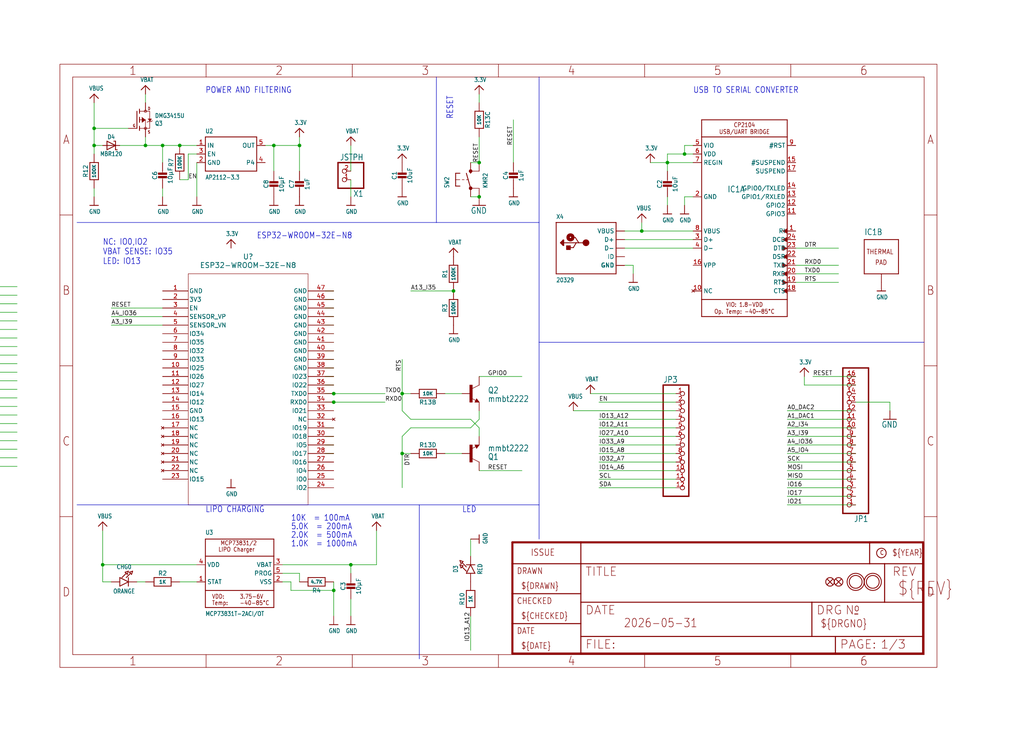
<source format=kicad_sch>
(kicad_sch (version 20230121) (generator eeschema)
  (paper "User" 303.962 217.322)
  (junction (at 104.14 167.64))
  (junction (at 203.2 45.72))
  (junction (at 81.28 43.18))
  (junction (at 119.38 116.84))
  (junction (at 190.5 68.58))
  (junction (at 134.62 86.36))
  (junction (at 43.18 43.18))
  (junction (at 99.06 116.84))
  (junction (at 27.94 43.18))
  (junction (at 30.48 167.64))
  (junction (at 142.24 48.26))
  (junction (at 99.06 119.38))
  (junction (at 27.94 38.1))
  (junction (at 48.26 43.18))
  (junction (at 119.38 134.62))
  (junction (at 142.24 58.42))
  (junction (at 99.06 175.26))
  (junction (at 198.12 48.26))
  (junction (at 88.9 43.18))
  (junction (at 53.34 43.18))
  (wire (pts (xy 142.24 129.54) (xy 142.24 127)) (stroke (width 0.1524)))
  (wire (pts (xy 5.08 107.95) (xy -5.08 107.95)) (stroke (width 0.1524)))
  (wire (pts (xy -7.62 128.27) (xy 5.08 128.27)) (stroke (width 0.1524)))
  (wire (pts (xy 27.94 43.18) (xy 27.94 38.1)) (stroke (width 0.1524)))
  (wire (pts (xy -7.62 85.09) (xy 5.08 85.09)) (stroke (width 0.1524)))
  (wire (pts (xy 200.66 129.54) (xy 177.8 129.54)) (stroke (width 0.1524)))
  (wire (pts (xy 236.22 78.74) (xy 248.92 78.74)) (stroke (width 0.1524)))
  (wire (pts (xy 81.28 43.18) (xy 88.9 43.18)) (stroke (width 0.1524)))
  (wire (pts (xy 96.52 116.84) (xy 99.06 116.84)) (stroke (width 0.1524)))
  (wire (pts (xy 142.24 121.92) (xy 142.24 124.46)) (stroke (width 0.1524)))
  (wire (pts (xy 81.28 50.8) (xy 81.28 43.18)) (stroke (width 0.1524)))
  (wire (pts (xy 248.92 81.28) (xy 236.22 81.28)) (stroke (width 0.1524)))
  (wire (pts (xy -5.08 133.35) (xy 5.08 133.35)) (stroke (width 0.1524)))
  (wire (pts (xy 78.74 43.18) (xy 81.28 43.18)) (stroke (width 0.1524)))
  (wire (pts (xy 238.76 114.3) (xy 254 114.3)) (stroke (width 0.1524)))
  (wire (pts (xy 43.18 27.94) (xy 43.18 30.48)) (stroke (width 0.1524)))
  (polyline (pts (xy 160.02 66.04) (xy 160.02 22.86)) (stroke (width 0.1524) (type solid)))
  (wire (pts (xy -5.08 120.65) (xy 5.08 120.65)) (stroke (width 0.1524)))
  (wire (pts (xy 200.66 124.46) (xy 177.8 124.46)) (stroke (width 0.1524)))
  (wire (pts (xy 205.74 45.72) (xy 203.2 45.72)) (stroke (width 0.1524)))
  (wire (pts (xy 254 111.76) (xy 241.3 111.76)) (stroke (width 0.1524)))
  (wire (pts (xy 142.24 111.76) (xy 154.94 111.76)) (stroke (width 0.1524)))
  (wire (pts (xy 27.94 45.72) (xy 27.94 43.18)) (stroke (width 0.1524)))
  (wire (pts (xy 96.52 96.52) (xy 99.06 96.52)) (stroke (width 0.1524)))
  (wire (pts (xy 58.42 48.26) (xy 58.42 58.42)) (stroke (width 0.1524)))
  (wire (pts (xy 177.8 137.16) (xy 200.66 137.16)) (stroke (width 0.1524)))
  (wire (pts (xy -5.08 97.79) (xy 5.08 97.79)) (stroke (width 0.1524)))
  (wire (pts (xy 254 121.92) (xy 233.68 121.92)) (stroke (width 0.1524)))
  (wire (pts (xy 190.5 68.58) (xy 190.5 66.04)) (stroke (width 0.1524)))
  (wire (pts (xy 139.7 127) (xy 121.92 127)) (stroke (width 0.1524)))
  (wire (pts (xy 121.92 127) (xy 119.38 129.54)) (stroke (width 0.1524)))
  (polyline (pts (xy 160.02 101.6) (xy 160.02 66.04)) (stroke (width 0.1524) (type solid)))
  (wire (pts (xy 185.42 73.66) (xy 205.74 73.66)) (stroke (width 0.1524)))
  (wire (pts (xy 96.52 114.3) (xy 99.06 114.3)) (stroke (width 0.1524)))
  (polyline (pts (xy 22.86 66.04) (xy 129.54 66.04)) (stroke (width 0.1524) (type solid)))
  (wire (pts (xy 198.12 58.42) (xy 198.12 60.96)) (stroke (width 0.1524)))
  (wire (pts (xy 198.12 48.26) (xy 198.12 50.8)) (stroke (width 0.1524)))
  (wire (pts (xy 132.08 116.84) (xy 137.16 116.84)) (stroke (width 0.1524)))
  (wire (pts (xy 139.7 58.42) (xy 142.24 58.42)) (stroke (width 0.1524)))
  (wire (pts (xy 40.64 172.72) (xy 43.18 172.72)) (stroke (width 0.1524)))
  (wire (pts (xy 238.76 111.76) (xy 238.76 114.3)) (stroke (width 0.1524)))
  (wire (pts (xy 88.9 170.18) (xy 88.9 172.72)) (stroke (width 0.1524)))
  (wire (pts (xy 205.74 58.42) (xy 203.2 58.42)) (stroke (width 0.1524)))
  (polyline (pts (xy 129.54 66.04) (xy 129.54 22.86)) (stroke (width 0.1524) (type solid)))
  (wire (pts (xy 96.52 93.98) (xy 99.06 93.98)) (stroke (width 0.1524)))
  (wire (pts (xy 27.94 58.42) (xy 27.94 55.88)) (stroke (width 0.1524)))
  (wire (pts (xy 119.38 134.62) (xy 119.38 144.78)) (stroke (width 0.1524)))
  (wire (pts (xy 254 137.16) (xy 233.68 137.16)) (stroke (width 0.1524)))
  (wire (pts (xy -5.08 115.57) (xy 5.08 115.57)) (stroke (width 0.1524)))
  (wire (pts (xy 55.88 45.72) (xy 58.42 45.72)) (stroke (width 0.1524)))
  (wire (pts (xy 187.96 78.74) (xy 187.96 81.28)) (stroke (width 0.1524)))
  (wire (pts (xy 254 119.38) (xy 264.16 119.38)) (stroke (width 0.1524)))
  (wire (pts (xy 104.14 58.42) (xy 104.14 53.34)) (stroke (width 0.1524)))
  (wire (pts (xy 96.52 111.76) (xy 99.06 111.76)) (stroke (width 0.1524)))
  (wire (pts (xy 177.8 127) (xy 200.66 127)) (stroke (width 0.1524)))
  (polyline (pts (xy 160.02 149.86) (xy 160.02 101.6)) (stroke (width 0.1524) (type solid)))
  (wire (pts (xy 185.42 68.58) (xy 190.5 68.58)) (stroke (width 0.1524)))
  (wire (pts (xy 99.06 175.26) (xy 99.06 182.88)) (stroke (width 0.1524)))
  (wire (pts (xy 96.52 121.92) (xy 99.06 121.92)) (stroke (width 0.1524)))
  (wire (pts (xy 119.38 116.84) (xy 121.92 116.84)) (stroke (width 0.1524)))
  (wire (pts (xy 38.1 38.1) (xy 27.94 38.1)) (stroke (width 0.1524)))
  (wire (pts (xy 48.26 91.44) (xy 33.02 91.44)) (stroke (width 0.1524)))
  (wire (pts (xy 43.18 43.18) (xy 48.26 43.18)) (stroke (width 0.1524)))
  (polyline (pts (xy 160.02 149.86) (xy 124.46 149.86)) (stroke (width 0.1524) (type solid)))
  (wire (pts (xy 86.36 175.26) (xy 99.06 175.26)) (stroke (width 0.1524)))
  (wire (pts (xy -5.08 102.87) (xy 5.08 102.87)) (stroke (width 0.1524)))
  (wire (pts (xy 142.24 124.46) (xy 139.7 127)) (stroke (width 0.1524)))
  (wire (pts (xy 119.38 121.92) (xy 119.38 116.84)) (stroke (width 0.1524)))
  (wire (pts (xy 96.52 127) (xy 99.06 127)) (stroke (width 0.1524)))
  (wire (pts (xy 119.38 134.62) (xy 121.92 134.62)) (stroke (width 0.1524)))
  (wire (pts (xy -5.08 123.19) (xy 5.08 123.19)) (stroke (width 0.1524)))
  (wire (pts (xy 55.88 53.34) (xy 55.88 45.72)) (stroke (width 0.1524)))
  (wire (pts (xy 48.26 43.18) (xy 48.26 48.26)) (stroke (width 0.1524)))
  (wire (pts (xy 114.3 116.84) (xy 99.06 116.84)) (stroke (width 0.1524)))
  (wire (pts (xy 203.2 45.72) (xy 198.12 45.72)) (stroke (width 0.1524)))
  (wire (pts (xy 96.52 106.68) (xy 99.06 106.68)) (stroke (width 0.1524)))
  (wire (pts (xy 30.48 167.64) (xy 58.42 167.64)) (stroke (width 0.1524)))
  (wire (pts (xy 96.52 101.6) (xy 99.06 101.6)) (stroke (width 0.1524)))
  (wire (pts (xy 99.06 109.22) (xy 96.52 109.22)) (stroke (width 0.1524)))
  (wire (pts (xy -5.08 100.33) (xy 5.08 100.33)) (stroke (width 0.1524)))
  (wire (pts (xy 203.2 43.18) (xy 203.2 45.72)) (stroke (width 0.1524)))
  (wire (pts (xy 254 132.08) (xy 233.68 132.08)) (stroke (width 0.1524)))
  (wire (pts (xy 264.16 119.38) (xy 264.16 121.92)) (stroke (width 0.1524)))
  (wire (pts (xy 142.24 48.26) (xy 139.7 48.26)) (stroke (width 0.1524)))
  (wire (pts (xy 99.06 119.38) (xy 114.3 119.38)) (stroke (width 0.1524)))
  (wire (pts (xy 96.52 134.62) (xy 99.06 134.62)) (stroke (width 0.1524)))
  (wire (pts (xy 198.12 45.72) (xy 198.12 48.26)) (stroke (width 0.1524)))
  (wire (pts (xy 119.38 129.54) (xy 119.38 134.62)) (stroke (width 0.1524)))
  (wire (pts (xy 5.08 113.03) (xy -5.08 113.03)) (stroke (width 0.1524)))
  (wire (pts (xy 185.42 71.12) (xy 205.74 71.12)) (stroke (width 0.1524)))
  (wire (pts (xy 53.34 53.34) (xy 55.88 53.34)) (stroke (width 0.1524)))
  (wire (pts (xy 185.42 78.74) (xy 187.96 78.74)) (stroke (width 0.1524)))
  (wire (pts (xy -5.08 135.89) (xy 5.08 135.89)) (stroke (width 0.1524)))
  (wire (pts (xy 99.06 104.14) (xy 96.52 104.14)) (stroke (width 0.1524)))
  (wire (pts (xy 134.62 86.36) (xy 121.92 86.36)) (stroke (width 0.1524)))
  (wire (pts (xy 137.16 134.62) (xy 132.08 134.62)) (stroke (width 0.1524)))
  (wire (pts (xy 88.9 43.18) (xy 88.9 50.8)) (stroke (width 0.1524)))
  (wire (pts (xy 33.02 172.72) (xy 30.48 172.72)) (stroke (width 0.1524)))
  (wire (pts (xy 96.52 88.9) (xy 99.06 88.9)) (stroke (width 0.1524)))
  (wire (pts (xy 121.92 124.46) (xy 119.38 121.92)) (stroke (width 0.1524)))
  (polyline (pts (xy 274.32 101.6) (xy 160.02 101.6)) (stroke (width 0.1524) (type solid)))
  (wire (pts (xy -5.08 130.81) (xy 5.08 130.81)) (stroke (width 0.1524)))
  (wire (pts (xy -5.08 105.41) (xy 5.08 105.41)) (stroke (width 0.1524)))
  (wire (pts (xy 99.06 172.72) (xy 99.06 175.26)) (stroke (width 0.1524)))
  (polyline (pts (xy 124.46 149.86) (xy 124.46 195.58)) (stroke (width 0.1524) (type solid)))
  (wire (pts (xy 177.8 119.38) (xy 200.66 119.38)) (stroke (width 0.1524)))
  (wire (pts (xy 236.22 73.66) (xy 248.92 73.66)) (stroke (width 0.1524)))
  (polyline (pts (xy 160.02 160.02) (xy 160.02 149.86)) (stroke (width 0.1524) (type solid)))
  (wire (pts (xy -5.08 138.43) (xy 5.08 138.43)) (stroke (width 0.1524)))
  (wire (pts (xy 104.14 170.18) (xy 104.14 167.64)) (stroke (width 0.1524)))
  (wire (pts (xy 254 124.46) (xy 233.68 124.46)) (stroke (width 0.1524)))
  (wire (pts (xy 254 144.78) (xy 233.68 144.78)) (stroke (width 0.1524)))
  (wire (pts (xy 83.82 167.64) (xy 104.14 167.64)) (stroke (width 0.1524)))
  (wire (pts (xy 111.76 157.48) (xy 111.76 167.64)) (stroke (width 0.1524)))
  (wire (pts (xy 200.66 139.7) (xy 177.8 139.7)) (stroke (width 0.1524)))
  (wire (pts (xy 96.52 132.08) (xy 99.06 132.08)) (stroke (width 0.1524)))
  (wire (pts (xy -5.08 95.25) (xy 5.08 95.25)) (stroke (width 0.1524)))
  (wire (pts (xy 43.18 40.64) (xy 43.18 43.18)) (stroke (width 0.1524)))
  (wire (pts (xy 190.5 68.58) (xy 205.74 68.58)) (stroke (width 0.1524)))
  (wire (pts (xy 53.34 43.18) (xy 48.26 43.18)) (stroke (width 0.1524)))
  (wire (pts (xy 254 149.86) (xy 233.68 149.86)) (stroke (width 0.1524)))
  (wire (pts (xy 142.24 40.64) (xy 142.24 48.26)) (stroke (width 0.1524)))
  (wire (pts (xy 33.02 96.52) (xy 48.26 96.52)) (stroke (width 0.1524)))
  (wire (pts (xy 203.2 58.42) (xy 203.2 60.96)) (stroke (width 0.1524)))
  (wire (pts (xy 35.56 43.18) (xy 43.18 43.18)) (stroke (width 0.1524)))
  (wire (pts (xy 48.26 93.98) (xy 33.02 93.98)) (stroke (width 0.1524)))
  (wire (pts (xy 152.4 48.26) (xy 152.4 35.56)) (stroke (width 0.1524)))
  (wire (pts (xy 53.34 172.72) (xy 58.42 172.72)) (stroke (width 0.1524)))
  (wire (pts (xy 142.24 27.94) (xy 142.24 30.48)) (stroke (width 0.1524)))
  (wire (pts (xy -5.08 92.71) (xy 5.08 92.71)) (stroke (width 0.1524)))
  (wire (pts (xy 205.74 48.26) (xy 198.12 48.26)) (stroke (width 0.1524)))
  (wire (pts (xy 96.52 129.54) (xy 99.06 129.54)) (stroke (width 0.1524)))
  (wire (pts (xy -5.08 118.11) (xy 5.08 118.11)) (stroke (width 0.1524)))
  (wire (pts (xy 96.52 91.44) (xy 99.06 91.44)) (stroke (width 0.1524)))
  (wire (pts (xy -5.08 110.49) (xy 5.08 110.49)) (stroke (width 0.1524)))
  (wire (pts (xy 96.52 86.36) (xy 99.06 86.36)) (stroke (width 0.1524)))
  (wire (pts (xy 30.48 157.48) (xy 30.48 167.64)) (stroke (width 0.1524)))
  (wire (pts (xy 154.94 139.7) (xy 142.24 139.7)) (stroke (width 0.1524)))
  (wire (pts (xy 175.26 116.84) (xy 200.66 116.84)) (stroke (width 0.1524)))
  (wire (pts (xy 27.94 38.1) (xy 27.94 30.48)) (stroke (width 0.1524)))
  (wire (pts (xy 86.36 172.72) (xy 86.36 175.26)) (stroke (width 0.1524)))
  (wire (pts (xy 205.74 43.18) (xy 203.2 43.18)) (stroke (width 0.1524)))
  (wire (pts (xy -5.08 125.73) (xy 5.08 125.73)) (stroke (width 0.1524)))
  (wire (pts (xy 104.14 177.8) (xy 104.14 182.88)) (stroke (width 0.1524)))
  (wire (pts (xy 248.92 83.82) (xy 236.22 83.82)) (stroke (width 0.1524)))
  (wire (pts (xy 119.38 106.68) (xy 119.38 116.84)) (stroke (width 0.1524)))
  (wire (pts (xy 177.8 134.62) (xy 200.66 134.62)) (stroke (width 0.1524)))
  (wire (pts (xy 233.68 147.32) (xy 254 147.32)) (stroke (width 0.1524)))
  (wire (pts (xy 48.26 55.88) (xy 48.26 58.42)) (stroke (width 0.1524)))
  (wire (pts (xy 177.8 132.08) (xy 200.66 132.08)) (stroke (width 0.1524)))
  (wire (pts (xy 30.48 172.72) (xy 30.48 167.64)) (stroke (width 0.1524)))
  (wire (pts (xy 177.8 144.78) (xy 200.66 144.78)) (stroke (width 0.1524)))
  (wire (pts (xy -5.08 90.17) (xy 5.08 90.17)) (stroke (width 0.1524)))
  (polyline (pts (xy 160.02 66.04) (xy 129.54 66.04)) (stroke (width 0.1524) (type solid)))
  (wire (pts (xy 83.82 172.72) (xy 86.36 172.72)) (stroke (width 0.1524)))
  (wire (pts (xy 233.68 142.24) (xy 254 142.24)) (stroke (width 0.1524)))
  (polyline (pts (xy 124.46 149.86) (xy 22.86 149.86)) (stroke (width 0.1524) (type solid)))
  (wire (pts (xy 88.9 43.18) (xy 88.9 40.64)) (stroke (width 0.1524)))
  (wire (pts (xy 200.66 142.24) (xy 177.8 142.24)) (stroke (width 0.1524)))
  (wire (pts (xy 58.42 43.18) (xy 53.34 43.18)) (stroke (width 0.1524)))
  (wire (pts (xy 233.68 129.54) (xy 254 129.54)) (stroke (width 0.1524)))
  (wire (pts (xy 200.66 121.92) (xy 170.18 121.92)) (stroke (width 0.1524)))
  (wire (pts (xy 83.82 170.18) (xy 88.9 170.18)) (stroke (width 0.1524)))
  (wire (pts (xy 104.14 167.64) (xy 111.76 167.64)) (stroke (width 0.1524)))
  (wire (pts (xy 254 127) (xy 233.68 127)) (stroke (width 0.1524)))
  (wire (pts (xy 142.24 127) (xy 139.7 124.46)) (stroke (width 0.1524)))
  (wire (pts (xy 139.7 124.46) (xy 121.92 124.46)) (stroke (width 0.1524)))
  (wire (pts (xy 104.14 43.18) (xy 104.14 50.8)) (stroke (width 0.1524)))
  (wire (pts (xy 139.7 182.88) (xy 139.7 193.04)) (stroke (width 0.1524)))
  (wire (pts (xy 254 139.7) (xy 233.68 139.7)) (stroke (width 0.1524)))
  (wire (pts (xy 198.12 48.26) (xy 193.04 48.26)) (stroke (width 0.1524)))
  (wire (pts (xy -7.62 87.63) (xy 5.08 87.63)) (stroke (width 0.1524)))
  (wire (pts (xy 139.7 165.1) (xy 139.7 160.02)) (stroke (width 0.1524)))
  (wire (pts (xy 254 134.62) (xy 233.68 134.62)) (stroke (width 0.1524)))
  (wire (pts (xy 96.52 119.38) (xy 99.06 119.38)) (stroke (width 0.1524)))
  (wire (pts (xy 96.52 99.06) (xy 99.06 99.06)) (stroke (width 0.1524)))
  (wire (pts (xy 30.48 43.18) (xy 27.94 43.18)) (stroke (width 0.1524)))
  (text "RESET" (at 134.62 35.56 90) (effects (font (size 1.778 1.5113)) (justify left bottom)))
  (text "5.0K  = 200mA" (at 86.36 157.48 0) (effects (font (size 1.778 1.5113)) (justify left bottom)))
  (text "2.0K  = 500mA" (at 86.36 160.02 0) (effects (font (size 1.778 1.5113)) (justify left bottom)))
  (text "NC: IO0,IO2\nVBAT SENSE: IO35\nLED: IO13" (at 30.48 78.74 0) (effects (font (size 1.778 1.5113)) (justify left bottom)))
  (text "1.0K  = 1000mA" (at 86.36 162.56 0) (effects (font (size 1.778 1.5113)) (justify left bottom)))
  (text "POWER AND FILTERING" (at 60.96 27.94 0) (effects (font (size 1.778 1.5113)) (justify left bottom)))
  (text "USB TO SERIAL CONVERTER" (at 205.74 27.94 0) (effects (font (size 1.778 1.5113)) (justify left bottom)))
  (text "LED" (at 137.16 152.4 0) (effects (font (size 1.778 1.5113)) (justify left bottom)))
  (text "10K  = 100mA" (at 86.36 154.94 0) (effects (font (size 1.778 1.5113)) (justify left bottom)))
  (text "ESP32-WROOM-32E-N8" (at 76.2 71.12 0) (effects (font (size 1.778 1.5113)) (justify left bottom)))
  (text "LIPO CHARGING" (at 60.96 152.4 0) (effects (font (size 1.778 1.5113)) (justify left bottom)))
  (label "MOSI" (at 233.68 139.7 0) (effects (font (size 1.2446 1.2446))))
  (label "RTS" (at 119.38 106.68 270) (effects (font (size 1.2446 1.2446))))
  (label "A4_IO36" (at 233.68 132.08 0) (effects (font (size 1.2446 1.2446))))
  (label "IO16" (at -11.43 106.68 0) (effects (font (size 1.2446 1.2446))))
  (label "IO33_A9" (at -11.43 134.62 0) (effects (font (size 1.2446 1.2446))))
  (label "A1_DAC1" (at 233.68 124.46 0) (effects (font (size 1.2446 1.2446))))
  (label "IO17" (at 233.68 147.32 0) (effects (font (size 1.2446 1.2446))))
  (label "IO21" (at 233.68 149.86 0) (effects (font (size 1.2446 1.2446))))
  (label "IO14_A6" (at 177.8 139.7 0) (effects (font (size 1.2446 1.2446))))
  (label "IO27_A10" (at 177.8 129.54 0) (effects (font (size 1.2446 1.2446))))
  (label "IO17" (at -11.43 109.22 0) (effects (font (size 1.2446 1.2446))))
  (label "A2_I34" (at -11.43 137.16 0) (effects (font (size 1.2446 1.2446))))
  (label "A3_I39" (at 33.02 96.52 0) (effects (font (size 1.2446 1.2446))))
  (label "IO16" (at 233.68 144.78 0) (effects (font (size 1.2446 1.2446))))
  (label "A5_IO4" (at -11.43 91.44 0) (effects (font (size 1.2446 1.2446))))
  (label "IO33_A9" (at 177.8 132.08 0) (effects (font (size 1.2446 1.2446))))
  (label "A13_I35" (at -11.43 139.7 0) (effects (font (size 1.2446 1.2446))))
  (label "DTR" (at 238.76 73.66 0) (effects (font (size 1.2446 1.2446))))
  (label "IO15_A8" (at 177.8 134.62 0) (effects (font (size 1.2446 1.2446))))
  (label "IO13_A12" (at 139.7 190.5 90) (effects (font (size 1.2446 1.2446))))
  (label "DTR" (at 121.92 134.62 270) (effects (font (size 1.2446 1.2446))))
  (label "SDA" (at 177.8 144.78 0) (effects (font (size 1.2446 1.2446))))
  (label "GPIO0" (at -11.43 86.36 0) (effects (font (size 1.2446 1.2446))))
  (label "RXD0" (at 114.3 119.38 0) (effects (font (size 1.2446 1.2446))))
  (label "IO14_A6" (at -11.43 101.6 0) (effects (font (size 1.2446 1.2446))))
  (label "MISO" (at -11.43 114.3 0) (effects (font (size 1.2446 1.2446))))
  (label "SCK" (at -11.43 93.98 0) (effects (font (size 1.2446 1.2446))))
  (label "IO15_A8" (at -11.43 104.14 0) (effects (font (size 1.2446 1.2446))))
  (label "EN" (at 55.88 53.34 0) (effects (font (size 1.2446 1.2446))))
  (label "IO27_A10" (at -11.43 129.54 0) (effects (font (size 1.2446 1.2446))))
  (label "IO12_A11" (at -11.43 96.52 0) (effects (font (size 1.2446 1.2446))))
  (label "RESET" (at 33.02 91.44 0) (effects (font (size 1.2446 1.2446))))
  (label "A1_DAC1" (at -11.43 124.46 0) (effects (font (size 1.2446 1.2446))))
  (label "RESET" (at 144.78 139.7 0) (effects (font (size 1.2446 1.2446))))
  (label "IO12_A11" (at 177.8 127 0) (effects (font (size 1.2446 1.2446))))
  (label "IO32_A7" (at 177.8 137.16 0) (effects (font (size 1.2446 1.2446))))
  (label "A0_DAC2" (at -11.43 127 0) (effects (font (size 1.2446 1.2446))))
  (label "A0_DAC2" (at 233.68 121.92 0) (effects (font (size 1.2446 1.2446))))
  (label "MISO" (at 233.68 142.24 0) (effects (font (size 1.2446 1.2446))))
  (label "RESET" (at 142.24 48.26 90) (effects (font (size 1.2446 1.2446))))
  (label "SCK" (at 233.68 137.16 0) (effects (font (size 1.2446 1.2446))))
  (label "IO13_A12" (at -11.43 99.06 0) (effects (font (size 1.2446 1.2446))))
  (label "GPIO2" (at -11.43 88.9 0) (effects (font (size 1.2446 1.2446))))
  (label "TXD0" (at 114.3 116.84 0) (effects (font (size 1.2446 1.2446))))
  (label "EN" (at 177.8 119.38 0) (effects (font (size 1.2446 1.2446))))
  (label "RESET" (at 152.4 43.18 90) (effects (font (size 1.2446 1.2446))))
  (label "RXD0" (at 238.76 78.74 0) (effects (font (size 1.2446 1.2446))))
  (label "TXD0" (at 238.76 81.28 0) (effects (font (size 1.2446 1.2446))))
  (label "A13_I35" (at 121.92 86.36 0) (effects (font (size 1.2446 1.2446))))
  (label "A2_I34" (at 233.68 127 0) (effects (font (size 1.2446 1.2446))))
  (label "A5_IO4" (at 233.68 134.62 0) (effects (font (size 1.2446 1.2446))))
  (label "A4_IO36" (at 33.02 93.98 0) (effects (font (size 1.2446 1.2446))))
  (label "IO21" (at -11.43 116.84 0) (effects (font (size 1.2446 1.2446))))
  (label "SCL" (at -11.43 119.38 0) (effects (font (size 1.2446 1.2446))))
  (label "IO32_A7" (at -11.43 132.08 0) (effects (font (size 1.2446 1.2446))))
  (label "MOSI" (at -11.43 111.76 0) (effects (font (size 1.2446 1.2446))))
  (label "IO13_A12" (at 177.8 124.46 0) (effects (font (size 1.2446 1.2446))))
  (label "SCL" (at 177.8 142.24 0) (effects (font (size 1.2446 1.2446))))
  (label "SDA" (at -11.43 121.92 0) (effects (font (size 1.2446 1.2446))))
  (label "GPIO0" (at 144.78 111.76 0) (effects (font (size 1.2446 1.2446))))
  (label "RESET" (at 241.3 111.76 0) (effects (font (size 1.2446 1.2446))))
  (label "A3_I39" (at 233.68 129.54 0) (effects (font (size 1.2446 1.2446))))
  (label "RTS" (at 238.76 83.82 0) (effects (font (size 1.2446 1.2446))))
  (symbol (lib_id "Adafruit HUZZAH32 ESP32 Feather-eagle-import:microbuilder_GND") (at 119.38 58.42 0) (unit 1)
    (property "Reference" "#U$04" (effects hide))
    (property "Value" "GND" (at 117.856 60.96 0) (effects (font (size 1.27 1.0795)) (justify left bottom)))
  )
  (symbol (lib_id "Adafruit HUZZAH32 ESP32 Feather-eagle-import:microbuilder_MOSFET-P") (at 43.18 35.56 0) (mirror x) (unit 1)
    (property "Reference" "Q3" (at 45.974 35.941 0) (effects (font (size 1.27 1.0795)) (justify left bottom)))
    (property "Value" "DMG3415U" (at 45.974 33.655 0) (effects (font (size 1.27 1.0795)) (justify left bottom)))
    (property "Footprint" "Adafruit HUZZAH32 ESP32 Feather:SOT23-R" (effects hide))
  )
  (symbol (lib_id "Adafruit HUZZAH32 ESP32 Feather-eagle-import:microbuilder_CAP_CERAMIC0805-NOOUTLINE") (at 119.38 53.34 0) (unit 1)
    (property "Reference" "C1" (at 117.09 52.09 90))
    (property "Value" "10uF" (at 121.68 52.09 90))
    (property "Footprint" "Adafruit HUZZAH32 ESP32 Feather:0805-NO" (effects hide))
  )
  (symbol (lib_id "Adafruit HUZZAH32 ESP32 Feather-eagle-import:microbuilder_HEADER-1X12_MIN") (at 203.2 132.08 0) (unit 1)
    (property "Reference" "JP3" (at 196.85 113.665 0) (effects (font (size 1.778 1.5113)) (justify left bottom)))
    (property "Value" "HEADER-1X12_MIN" (effects hide))
    (property "Footprint" "Adafruit HUZZAH32 ESP32 Feather:1X12_ROUND_MIN" (effects hide))
  )
  (symbol (lib_id "Adafruit HUZZAH32 ESP32 Feather-eagle-import:microbuilder_FIDUCIAL_1MM") (at 246.38 172.72 0) (unit 1)
    (property "Reference" "U$35" (effects hide))
    (property "Value" "FIDUCIAL_1MM" (effects hide))
    (property "Footprint" "Adafruit HUZZAH32 ESP32 Feather:FIDUCIAL_1MM" (effects hide))
  )
  (symbol (lib_id "Adafruit HUZZAH32 ESP32 Feather-eagle-import:microbuilder_MOUNTINGHOLE2.5") (at 259.08 172.72 0) (unit 1)
    (property "Reference" "U$32" (effects hide))
    (property "Value" "MOUNTINGHOLE2.5" (effects hide))
    (property "Footprint" "Adafruit HUZZAH32 ESP32 Feather:MOUNTINGHOLE_2.5_PLATED" (effects hide))
  )
  (symbol (lib_id "Adafruit HUZZAH32 ESP32 Feather-eagle-import:microbuilder_HEADER-1X16_MIN") (at 251.46 132.08 180) (unit 1)
    (property "Reference" "JP1" (at 257.81 153.035 0) (effects (font (size 1.778 1.5113)) (justify left bottom)))
    (property "Value" "HEADER-1X16_MIN" (effects hide))
    (property "Footprint" "Adafruit HUZZAH32 ESP32 Feather:1X16_ROUND_MIN" (effects hide))
  )
  (symbol (lib_id "Adafruit HUZZAH32 ESP32 Feather-eagle-import:microbuilder_RESISTOR_0603_NOOUT") (at 139.7 177.8 90) (unit 1)
    (property "Reference" "R10" (at 137.16 177.8 0))
    (property "Value" "1K" (at 139.7 177.8 0) (effects (font (size 1.016 1.016) bold)))
    (property "Footprint" "Adafruit HUZZAH32 ESP32 Feather:0603-NO" (effects hide))
  )
  (symbol (lib_id "Adafruit HUZZAH32 ESP32 Feather-eagle-import:microbuilder_CON_JST_PH_2PIN") (at 101.6 50.8 180) (unit 1)
    (property "Reference" "X1" (at 107.95 56.515 0) (effects (font (size 1.778 1.5113)) (justify left bottom)))
    (property "Value" "JSTPH" (at 107.95 45.72 0) (effects (font (size 1.778 1.5113)) (justify left bottom)))
    (property "Footprint" "Adafruit HUZZAH32 ESP32 Feather:JSTPH2" (effects hide))
  )
  (symbol (lib_id "Adafruit HUZZAH32 ESP32 Feather-eagle-import:microbuilder_GND") (at 187.96 83.82 0) (unit 1)
    (property "Reference" "#U$011" (effects hide))
    (property "Value" "GND" (at 186.436 86.36 0) (effects (font (size 1.27 1.0795)) (justify left bottom)))
  )
  (symbol (lib_id "Adafruit HUZZAH32 ESP32 Feather-eagle-import:microbuilder_GND") (at 134.62 99.06 0) (unit 1)
    (property "Reference" "#U$041" (effects hide))
    (property "Value" "GND" (at 133.096 101.6 0) (effects (font (size 1.27 1.0795)) (justify left bottom)))
  )
  (symbol (lib_id "Adafruit HUZZAH32 ESP32 Feather-eagle-import:microbuilder_RESISTOR_4PACK") (at 127 134.62 0) (unit 4)
    (property "Reference" "R13" (at 127 132.08 0))
    (property "Value" "10K" (at 127 134.62 0) (effects (font (size 1.016 1.016) bold)))
    (property "Footprint" "Adafruit HUZZAH32 ESP32 Feather:RESPACK_4X0603" (effects hide))
  )
  (symbol (lib_id "Adafruit HUZZAH32 ESP32 Feather-eagle-import:microbuilder_GND") (at 152.4 58.42 0) (unit 1)
    (property "Reference" "#U$042" (effects hide))
    (property "Value" "GND" (at 150.876 60.96 0) (effects (font (size 1.27 1.0795)) (justify left bottom)))
  )
  (symbol (lib_id "Adafruit HUZZAH32 ESP32 Feather-eagle-import:microbuilder_3.3V") (at 119.38 45.72 0) (unit 1)
    (property "Reference" "#U$02" (effects hide))
    (property "Value" "3.3V" (at 117.856 44.704 0) (effects (font (size 1.27 1.0795)) (justify left bottom)))
  )
  (symbol (lib_id "Adafruit HUZZAH32 ESP32 Feather-eagle-import:microbuilder_CAP_CERAMIC0805-NOOUTLINE") (at 48.26 53.34 0) (unit 1)
    (property "Reference" "C6" (at 45.97 52.09 90))
    (property "Value" "10µF" (at 50.56 52.09 90))
    (property "Footprint" "Adafruit HUZZAH32 ESP32 Feather:0805-NO" (effects hide))
  )
  (symbol (lib_id "Adafruit HUZZAH32 ESP32 Feather-eagle-import:SparkFun_TRANSISTOR_NPNSOT23-3") (at 139.7 134.62 0) (mirror x) (unit 1)
    (property "Reference" "Q1" (at 144.78 134.62 0) (effects (font (size 1.778 1.5113)) (justify left bottom)))
    (property "Value" "mmbt2222" (at 144.78 132.08 0) (effects (font (size 1.778 1.5113)) (justify left bottom)))
    (property "Footprint" "Adafruit HUZZAH32 ESP32 Feather:SOT23-3" (effects hide))
  )
  (symbol (lib_id "Adafruit HUZZAH32 ESP32 Feather-eagle-import:microbuilder_DIODE-SCHOTTKYSOD-123") (at 33.02 43.18 0) (unit 1)
    (property "Reference" "D4" (at 33.02 40.64 0) (effects (font (size 1.27 1.0795))))
    (property "Value" "MBR120" (at 33.02 45.68 0) (effects (font (size 1.27 1.0795))))
    (property "Footprint" "Adafruit HUZZAH32 ESP32 Feather:SOD-123" (effects hide))
  )
  (symbol (lib_id "Adafruit HUZZAH32 ESP32 Feather-eagle-import:supply1_GND") (at 264.16 124.46 0) (unit 1)
    (property "Reference" "#GND04" (effects hide))
    (property "Value" "GND" (at 261.62 127 0) (effects (font (size 1.778 1.5113)) (justify left bottom)))
  )
  (symbol (lib_id "Adafruit HUZZAH32 ESP32 Feather-eagle-import:microbuilder_GND") (at 261.62 86.36 0) (unit 1)
    (property "Reference" "#U$01" (effects hide))
    (property "Value" "GND" (at 260.096 88.9 0) (effects (font (size 1.27 1.0795)) (justify left bottom)))
  )
  (symbol (lib_id "Adafruit HUZZAH32 ESP32 Feather-eagle-import:microbuilder_VBAT") (at 104.14 40.64 0) (unit 1)
    (property "Reference" "#U$016" (effects hide))
    (property "Value" "VBAT" (at 102.616 39.624 0) (effects (font (size 1.27 1.0795)) (justify left bottom)))
  )
  (symbol (lib_id "Adafruit HUZZAH32 ESP32 Feather-eagle-import:microbuilder_VBAT") (at 43.18 25.4 0) (unit 1)
    (property "Reference" "#U$021" (effects hide))
    (property "Value" "VBAT" (at 41.656 24.384 0) (effects (font (size 1.27 1.0795)) (justify left bottom)))
  )
  (symbol (lib_id "Adafruit HUZZAH32 ESP32 Feather-eagle-import:SparkFun_TRANSISTOR_NPNSOT23-3") (at 139.7 116.84 0) (unit 1)
    (property "Reference" "Q2" (at 144.78 116.84 0) (effects (font (size 1.778 1.5113)) (justify left bottom)))
    (property "Value" "mmbt2222" (at 144.78 119.38 0) (effects (font (size 1.778 1.5113)) (justify left bottom)))
    (property "Footprint" "Adafruit HUZZAH32 ESP32 Feather:SOT23-3" (effects hide))
  )
  (symbol (lib_id "Adafruit HUZZAH32 ESP32 Feather-eagle-import:microbuilder_LED0805_NOOUTLINE") (at 139.7 167.64 90) (unit 1)
    (property "Reference" "D3" (at 135.255 168.91 0) (effects (font (size 1.27 1.0795))))
    (property "Value" "RED" (at 142.494 168.91 0) (effects (font (size 1.27 1.0795))))
    (property "Footprint" "Adafruit HUZZAH32 ESP32 Feather:CHIPLED_0805_NOOUTLINE" (effects hide))
  )
  (symbol (lib_id "Adafruit HUZZAH32 ESP32 Feather-eagle-import:microbuilder_GND") (at 58.42 60.96 0) (unit 1)
    (property "Reference" "#U$030" (effects hide))
    (property "Value" "GND" (at 56.896 63.5 0) (effects (font (size 1.27 1.0795)) (justify left bottom)))
  )
  (symbol (lib_id "Adafruit HUZZAH32 ESP32 Feather-eagle-import:microbuilder_VBAT") (at 175.26 114.3 0) (unit 1)
    (property "Reference" "#U$020" (effects hide))
    (property "Value" "VBAT" (at 173.736 113.284 0) (effects (font (size 1.27 1.0795)) (justify left bottom)))
  )
  (symbol (lib_id "Adafruit HUZZAH32 ESP32 Feather-eagle-import:microbuilder_LED0805_NOOUTLINE") (at 38.1 172.72 0) (unit 1)
    (property "Reference" "CHG0" (at 36.83 168.275 0) (effects (font (size 1.27 1.0795))))
    (property "Value" "ORANGE" (at 36.83 175.514 0) (effects (font (size 1.27 1.0795))))
    (property "Footprint" "Adafruit HUZZAH32 ESP32 Feather:CHIPLED_0805_NOOUTLINE" (effects hide))
  )
  (symbol (lib_id "Adafruit HUZZAH32 ESP32 Feather-eagle-import:microbuilder_FIDUCIAL_1MM") (at 248.92 172.72 0) (unit 1)
    (property "Reference" "U$34" (effects hide))
    (property "Value" "FIDUCIAL_1MM" (effects hide))
    (property "Footprint" "Adafruit HUZZAH32 ESP32 Feather:FIDUCIAL_1MM" (effects hide))
  )
  (symbol (lib_id "Adafruit HUZZAH32 ESP32 Feather-eagle-import:microbuilder_RESISTOR_0603_NOOUT") (at 27.94 50.8 90) (unit 1)
    (property "Reference" "R12" (at 25.4 50.8 0))
    (property "Value" "100K" (at 27.94 50.8 0) (effects (font (size 1.016 1.016) bold)))
    (property "Footprint" "Adafruit HUZZAH32 ESP32 Feather:0603-NO" (effects hide))
  )
  (symbol (lib_id "Adafruit HUZZAH32 ESP32 Feather-eagle-import:microbuilder_CAP_CERAMIC0603_NO") (at 152.4 53.34 0) (unit 1)
    (property "Reference" "C4" (at 150.11 52.09 90))
    (property "Value" "1uF" (at 154.7 52.09 90))
    (property "Footprint" "Adafruit HUZZAH32 ESP32 Feather:0603-NO" (effects hide))
  )
  (symbol (lib_id "Adafruit HUZZAH32 ESP32 Feather-eagle-import:microbuilder_GND") (at 27.94 60.96 0) (unit 1)
    (property "Reference" "#U$025" (effects hide))
    (property "Value" "GND" (at 26.416 63.5 0) (effects (font (size 1.27 1.0795)) (justify left bottom)))
  )
  (symbol (lib_id "Adafruit HUZZAH32 ESP32 Feather-eagle-import:microbuilder_GND") (at 81.28 60.96 0) (unit 1)
    (property "Reference" "#U$029" (effects hide))
    (property "Value" "GND" (at 79.756 63.5 0) (effects (font (size 1.27 1.0795)) (justify left bottom)))
  )
  (symbol (lib_id "Adafruit HUZZAH32 ESP32 Feather-eagle-import:microbuilder_RESISTOR_4PACK") (at 142.24 35.56 270) (unit 3)
    (property "Reference" "R13" (at 144.78 35.56 0))
    (property "Value" "10K" (at 142.24 35.56 0) (effects (font (size 1.016 1.016) bold)))
    (property "Footprint" "Adafruit HUZZAH32 ESP32 Feather:RESPACK_4X0603" (effects hide))
  )
  (symbol (lib_id "Adafruit HUZZAH32 ESP32 Feather-eagle-import:microbuilder_VBUS") (at 27.94 27.94 0) (unit 1)
    (property "Reference" "#U$03" (effects hide))
    (property "Value" "VBUS" (at 26.416 26.924 0) (effects (font (size 1.27 1.0795)) (justify left bottom)))
  )
  (symbol (lib_id "Adafruit HUZZAH32 ESP32 Feather-eagle-import:microbuilder_CAP_CERAMIC0805-NOOUTLINE") (at 81.28 55.88 0) (unit 1)
    (property "Reference" "C8" (at 78.99 54.63 90))
    (property "Value" "10µF" (at 83.58 54.63 90))
    (property "Footprint" "Adafruit HUZZAH32 ESP32 Feather:0805-NO" (effects hide))
  )
  (symbol (lib_id "Adafruit HUZZAH32 ESP32 Feather-eagle-import:microbuilder_FRAME_A4") (at 17.78 198.12 0) (unit 1)
    (property "Reference" "#FRAME1" (effects hide))
    (property "Value" "FRAME_A4" (effects hide))
  )
  (symbol (lib_id "Adafruit HUZZAH32 ESP32 Feather-eagle-import:microbuilder_VREG_SOT23-5") (at 68.58 45.72 0) (unit 1)
    (property "Reference" "U2" (at 60.96 39.624 0) (effects (font (size 1.27 1.0795)) (justify left bottom)))
    (property "Value" "AP2112-3.3" (at 60.96 53.34 0) (effects (font (size 1.27 1.0795)) (justify left bottom)))
    (property "Footprint" "Adafruit HUZZAH32 ESP32 Feather:SOT23-5" (effects hide))
  )
  (symbol (lib_id "Adafruit HUZZAH32 ESP32 Feather-eagle-import:microbuilder_MCP73831/2") (at 71.12 170.18 0) (unit 1)
    (property "Reference" "U3" (at 60.96 158.75 0) (effects (font (size 1.27 1.0795)) (justify left bottom)))
    (property "Value" "MCP73831T-2ACI/OT" (at 60.96 182.88 0) (effects (font (size 1.27 1.0795)) (justify left bottom)))
    (property "Footprint" "Adafruit HUZZAH32 ESP32 Feather:SOT23-5" (effects hide))
  )
  (symbol (lib_id "Adafruit HUZZAH32 ESP32 Feather-eagle-import:microbuilder_GND") (at 48.26 60.96 0) (unit 1)
    (property "Reference" "#U$027" (effects hide))
    (property "Value" "GND" (at 46.736 63.5 0) (effects (font (size 1.27 1.0795)) (justify left bottom)))
  )
  (symbol (lib_id "Adafruit HUZZAH32 ESP32 Feather-eagle-import:microbuilder_3.3V") (at 238.76 109.22 0) (unit 1)
    (property "Reference" "#U$06" (effects hide))
    (property "Value" "3.3V" (at 237.236 108.204 0) (effects (font (size 1.27 1.0795)) (justify left bottom)))
  )
  (symbol (lib_id "Adafruit HUZZAH32 ESP32 Feather-eagle-import:microbuilder_RESISTOR_0603_NOOUT") (at 53.34 48.26 90) (unit 1)
    (property "Reference" "R7" (at 50.8 48.26 0))
    (property "Value" "100K" (at 53.34 48.26 0) (effects (font (size 1.016 1.016) bold)))
    (property "Footprint" "Adafruit HUZZAH32 ESP32 Feather:0603-NO" (effects hide))
  )
  (symbol (lib_id "Adafruit HUZZAH32 ESP32 Feather-eagle-import:supply1_GND") (at 142.24 60.96 0) (unit 1)
    (property "Reference" "#GND06" (effects hide))
    (property "Value" "GND" (at 139.7 63.5 0) (effects (font (size 1.778 1.5113)) (justify left bottom)))
  )
  (symbol (lib_id "Adafruit HUZZAH32 ESP32 Feather-eagle-import:microbuilder_GND") (at 104.14 185.42 0) (unit 1)
    (property "Reference" "#U$033" (effects hide))
    (property "Value" "GND" (at 102.616 187.96 0) (effects (font (size 1.27 1.0795)) (justify left bottom)))
  )
  (symbol (lib_id "Adafruit HUZZAH32 ESP32 Feather-eagle-import:microbuilder_MOUNTINGHOLE2.5") (at 254 172.72 0) (unit 1)
    (property "Reference" "U$31" (effects hide))
    (property "Value" "MOUNTINGHOLE2.5" (effects hide))
    (property "Footprint" "Adafruit HUZZAH32 ESP32 Feather:MOUNTINGHOLE_2.5_PLATED" (effects hide))
  )
  (symbol (lib_id "Adafruit HUZZAH32 ESP32 Feather-eagle-import:microbuilder_VBUS") (at 30.48 154.94 0) (unit 1)
    (property "Reference" "#U$038" (effects hide))
    (property "Value" "VBUS" (at 28.956 153.924 0) (effects (font (size 1.27 1.0795)) (justify left bottom)))
  )
  (symbol (lib_id "Adafruit HUZZAH32 ESP32 Feather-eagle-import:microbuilder_3.3V") (at 193.04 45.72 0) (unit 1)
    (property "Reference" "#U$024" (effects hide))
    (property "Value" "3.3V" (at 191.516 44.704 0) (effects (font (size 1.27 1.0795)) (justify left bottom)))
  )
  (symbol (lib_id "Adafruit HUZZAH32 ESP32 Feather-eagle-import:microbuilder_CAP_CERAMIC0805-NOOUTLINE") (at 104.14 175.26 0) (unit 1)
    (property "Reference" "C3" (at 101.85 174.01 90))
    (property "Value" "10µF" (at 106.44 174.01 90))
    (property "Footprint" "Adafruit HUZZAH32 ESP32 Feather:0805-NO" (effects hide))
  )
  (symbol (lib_id "Adafruit HUZZAH32 ESP32 Feather-eagle-import:microbuilder_RESISTOR_0603_NOOUT") (at 134.62 91.44 90) (unit 1)
    (property "Reference" "R3" (at 132.08 91.44 0))
    (property "Value" "100K" (at 134.62 91.44 0) (effects (font (size 1.016 1.016) bold)))
    (property "Footprint" "Adafruit HUZZAH32 ESP32 Feather:0603-NO" (effects hide))
  )
  (symbol (lib_id "Adafruit HUZZAH32 ESP32 Feather-eagle-import:microbuilder_CAP_CERAMIC0805-NOOUTLINE") (at 198.12 55.88 0) (unit 1)
    (property "Reference" "C2" (at 195.83 54.63 90))
    (property "Value" "10uF" (at 200.42 54.63 90))
    (property "Footprint" "Adafruit HUZZAH32 ESP32 Feather:0805-NO" (effects hide))
  )
  (symbol (lib_id "Adafruit HUZZAH32 ESP32 Feather-eagle-import:microbuilder_SWITCH_TACT_SMT4.6X2.8") (at 139.7 53.34 90) (unit 1)
    (property "Reference" "SW2" (at 133.35 55.88 0) (effects (font (size 1.27 1.0795)) (justify left bottom)))
    (property "Value" "KMR2" (at 144.78 55.88 0) (effects (font (size 1.27 1.0795)) (justify left bottom)))
    (property "Footprint" "Adafruit HUZZAH32 ESP32 Feather:BTN_KMR2_4.6X2.8" (effects hide))
  )
  (symbol (lib_id "Adafruit HUZZAH32 ESP32 Feather-eagle-import:microbuilder_GND") (at 88.9 60.96 0) (unit 1)
    (property "Reference" "#U$028" (effects hide))
    (property "Value" "GND" (at 87.376 63.5 0) (effects (font (size 1.27 1.0795)) (justify left bottom)))
  )
  (symbol (lib_id "Adafruit HUZZAH32 ESP32 Feather-eagle-import:microbuilder_VBAT") (at 111.76 154.94 0) (unit 1)
    (property "Reference" "#U$039" (effects hide))
    (property "Value" "VBAT" (at 110.236 153.924 0) (effects (font (size 1.27 1.0795)) (justify left bottom)))
  )
  (symbol (lib_id "Adafruit HUZZAH32 ESP32 Feather-eagle-import:microbuilder_3.3V") (at 88.9 38.1 0) (unit 1)
    (property "Reference" "#U$010" (effects hide))
    (property "Value" "3.3V" (at 87.376 37.084 0) (effects (font (size 1.27 1.0795)) (justify left bottom)))
  )
  (symbol (lib_id "Adafruit HUZZAH32 ESP32 Feather-eagle-import:microbuilder_3.3V") (at 68.58 71.12 0) (unit 1)
    (property "Reference" "#U$026" (effects hide))
    (property "Value" "3.3V" (at 67.056 70.104 0) (effects (font (size 1.27 1.0795)) (justify left bottom)))
  )
  (symbol (lib_id "Adafruit HUZZAH32 ESP32 Feather-eagle-import:microbuilder_VBUS") (at 170.18 119.38 0) (unit 1)
    (property "Reference" "#U$019" (effects hide))
    (property "Value" "VBUS" (at 168.656 118.364 0) (effects (font (size 1.27 1.0795)) (justify left bottom)))
  )
  (symbol (lib_id "Adafruit HUZZAH32 ESP32 Feather-eagle-import:microbuilder_GND") (at 142.24 160.02 90) (unit 1)
    (property "Reference" "#U$08" (effects hide))
    (property "Value" "GND" (at 144.78 161.544 0) (effects (font (size 1.27 1.0795)) (justify left bottom)))
  )
  (symbol (lib_id "Adafruit HUZZAH32 ESP32 Feather-eagle-import:microbuilder_3.3V") (at 142.24 25.4 0) (unit 1)
    (property "Reference" "#U$05" (effects hide))
    (property "Value" "3.3V" (at 140.716 24.384 0) (effects (font (size 1.27 1.0795)) (justify left bottom)))
  )
  (symbol (lib_id "Adafruit HUZZAH32 ESP32 Feather-eagle-import:microbuilder_RESISTOR_4PACK") (at 127 116.84 180) (unit 2)
    (property "Reference" "R13" (at 127 119.38 0))
    (property "Value" "10K" (at 127 116.84 0) (effects (font (size 1.016 1.016) bold)))
    (property "Footprint" "Adafruit HUZZAH32 ESP32 Feather:RESPACK_4X0603" (effects hide))
  )
  (symbol (lib_id "Adafruit HUZZAH32 ESP32 Feather-eagle-import:microbuilder_GND") (at 68.58 144.78 0) (unit 1)
    (property "Reference" "#U$037" (effects hide))
    (property "Value" "GND" (at 67.056 147.32 0) (effects (font (size 1.27 1.0795)) (justify left bottom)))
  )
  (symbol (lib_id "ESP32-WROOM-32E:ESP32-WROOM-32E-N8") (at 48.26 86.36 0) (unit 1)
    (property "Reference" "U?" (at 73.66 76.2 0) (effects (font (size 1.524 1.524))))
    (property "Value" "ESP32-WROOM-32E-N8" (at 73.66 78.74 0) (effects (font (size 1.524 1.524))))
    (property "Footprint" "Adafruit HUZZAH32 ESP32 Feather:WROOM32_SKINNY" (effects hide))
    (property "Datasheet" "ESP32-WROOM-32E-N8" (effects hide))
  )
  (symbol (lib_id "Adafruit HUZZAH32 ESP32 Feather-eagle-import:microbuilder_VBAT") (at 134.62 73.66 0) (unit 1)
    (property "Reference" "#U$040" (effects hide))
    (property "Value" "VBAT" (at 133.096 72.644 0) (effects (font (size 1.27 1.0795)) (justify left bottom)))
  )
  (symbol (lib_id "Adafruit HUZZAH32 ESP32 Feather-eagle-import:microbuilder_VBUS") (at 190.5 63.5 0) (unit 1)
    (property "Reference" "#U$018" (effects hide))
    (property "Value" "VBUS" (at 188.976 62.484 0) (effects (font (size 1.27 1.0795)) (justify left bottom)))
  )
  (symbol (lib_id "Adafruit HUZZAH32 ESP32 Feather-eagle-import:microbuilder_GND") (at 198.12 63.5 0) (unit 1)
    (property "Reference" "#U$017" (effects hide))
    (property "Value" "GND" (at 196.596 66.04 0) (effects (font (size 1.27 1.0795)) (justify left bottom)))
  )
  (symbol (lib_id "Adafruit HUZZAH32 ESP32 Feather-eagle-import:microbuilder_FRAME_A4") (at 152.4 195.58 0) (unit 2)
    (property "Reference" "#FRAME1" (effects hide))
    (property "Value" "FRAME_A4" (effects hide))
  )
  (symbol (lib_id "Adafruit HUZZAH32 ESP32 Feather-eagle-import:microbuilder_RESISTOR_0603_NOOUT") (at 48.26 172.72 0) (unit 1)
    (property "Reference" "R2" (at 48.26 170.18 0))
    (property "Value" "1K" (at 48.26 172.72 0) (effects (font (size 1.016 1.016) bold)))
    (property "Footprint" "Adafruit HUZZAH32 ESP32 Feather:0603-NO" (effects hide))
  )
  (symbol (lib_id "Adafruit HUZZAH32 ESP32 Feather-eagle-import:microbuilder_GND") (at 99.06 185.42 0) (unit 1)
    (property "Reference" "#U$036" (effects hide))
    (property "Value" "GND" (at 97.536 187.96 0) (effects (font (size 1.27 1.0795)) (justify left bottom)))
  )
  (symbol (lib_id "Adafruit HUZZAH32 ESP32 Feather-eagle-import:microbuilder_RESISTOR_0603_NOOUT") (at 93.98 172.72 180) (unit 1)
    (property "Reference" "R4" (at 93.98 175.26 0))
    (property "Value" "4.7K" (at 93.98 172.72 0) (effects (font (size 1.016 1.016) bold)))
    (property "Footprint" "Adafruit HUZZAH32 ESP32 Feather:0603-NO" (effects hide))
  )
  (symbol (lib_id "Adafruit HUZZAH32 ESP32 Feather-eagle-import:microbuilder_RESISTOR_0603_NOOUT") (at 134.62 81.28 90) (unit 1)
    (property "Reference" "R1" (at 132.08 81.28 0))
    (property "Value" "100K" (at 134.62 81.28 0) (effects (font (size 1.016 1.016) bold)))
    (property "Footprint" "Adafruit HUZZAH32 ESP32 Feather:0603-NO" (effects hide))
  )
  (symbol (lib_id "Adafruit HUZZAH32 ESP32 Feather-eagle-import:microbuilder_USB_MICRO_20329_V2") (at 175.26 73.66 0) (unit 1)
    (property "Reference" "X4" (at 165.1 65.024 0) (effects (font (size 1.27 1.0795)) (justify left bottom)))
    (property "Value" "20329" (at 165.1 83.82 0) (effects (font (size 1.27 1.0795)) (justify left bottom)))
    (property "Footprint" "Adafruit HUZZAH32 ESP32 Feather:4UCONN_20329_V2" (effects hide))
  )
  (symbol (lib_id "Adafruit HUZZAH32 ESP32 Feather-eagle-import:microbuilder_CP2104") (at 261.62 76.2 0) (unit 2)
    (property "Reference" "IC1" (at 256.54 69.85 0) (effects (font (size 1.778 1.5113)) (justify left bottom)))
    (property "Value" "CP2104" (effects hide))
    (property "Footprint" "Adafruit HUZZAH32 ESP32 Feather:QFN24_4MM_SMSC" (effects hide))
  )
  (symbol (lib_id "Adafruit HUZZAH32 ESP32 Feather-eagle-import:microbuilder_CP2104") (at 220.98 63.5 0) (unit 1)
    (property "Reference" "IC1" (at 215.9 57.15 0) (effects (font (size 1.778 1.5113)) (justify left bottom)))
    (property "Value" "CP2104" (effects hide))
    (property "Footprint" "Adafruit HUZZAH32 ESP32 Feather:QFN24_4MM_SMSC" (effects hide))
  )
  (symbol (lib_id "Adafruit HUZZAH32 ESP32 Feather-eagle-import:microbuilder_GND") (at 104.14 60.96 0) (unit 1)
    (property "Reference" "#U$022" (effects hide))
    (property "Value" "GND" (at 102.616 63.5 0) (effects (font (size 1.27 1.0795)) (justify left bottom)))
  )
  (symbol (lib_id "Adafruit HUZZAH32 ESP32 Feather-eagle-import:microbuilder_GND") (at 203.2 63.5 0) (unit 1)
    (property "Reference" "#U$012" (effects hide))
    (property "Value" "GND" (at 201.676 66.04 0) (effects (font (size 1.27 1.0795)) (justify left bottom)))
  )
  (symbol (lib_id "Adafruit HUZZAH32 ESP32 Feather-eagle-import:microbuilder_CAP_CERAMIC0603_NO") (at 88.9 55.88 0) (unit 1)
    (property "Reference" "C7" (at 86.61 54.63 90))
    (property "Value" "1uF" (at 91.2 54.63 90))
    (property "Footprint" "Adafruit HUZZAH32 ESP32 Feather:0603-NO" (effects hide))
  )
  (sheet (at -81.28 -12.7) (size 66.04 96.52) (stroke (width 0.1524))
    (property "Sheetname" "ICM" (at -81.28 -13.4116 0) (effects (justify left bottom)))
    (property "Sheetfile" "ICM.kicad_sch" (at -81.28 84.4046 0) (effects (justify left top)))
  )
  (sheet (at -80.01 147.32) (size 64.77 101.6) (stroke (width 0.1524))
    (property "Sheetname" "HX711" (at -80.01 146.6084 0) (effects (justify left bottom)))
    (property "Sheetfile" "HX_711.kicad_sch" (at -80.01 249.5046 0) (effects (justify left top)))
  )
)
</source>
